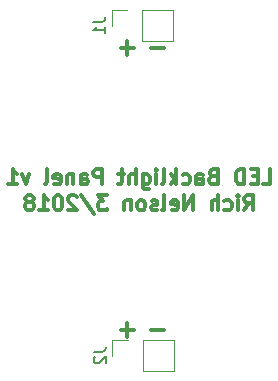
<source format=gbr>
G04 #@! TF.GenerationSoftware,KiCad,Pcbnew,(5.0.0-rc2-dev-352-g017154715)*
G04 #@! TF.CreationDate,2018-10-08T23:49:13-04:00*
G04 #@! TF.ProjectId,Backlight,4261636B6C696768742E6B696361645F,rev?*
G04 #@! TF.SameCoordinates,Original*
G04 #@! TF.FileFunction,Legend,Bot*
G04 #@! TF.FilePolarity,Positive*
%FSLAX46Y46*%
G04 Gerber Fmt 4.6, Leading zero omitted, Abs format (unit mm)*
G04 Created by KiCad (PCBNEW (5.0.0-rc2-dev-352-g017154715)) date 10/08/18 23:49:13*
%MOMM*%
%LPD*%
G01*
G04 APERTURE LIST*
%ADD10C,0.300000*%
%ADD11C,0.120000*%
%ADD12C,0.150000*%
G04 APERTURE END LIST*
D10*
X100348142Y-90912023D02*
X100952904Y-90912023D01*
X100952904Y-89642023D01*
X99924809Y-90246785D02*
X99501476Y-90246785D01*
X99320047Y-90912023D02*
X99924809Y-90912023D01*
X99924809Y-89642023D01*
X99320047Y-89642023D01*
X98775761Y-90912023D02*
X98775761Y-89642023D01*
X98473380Y-89642023D01*
X98291952Y-89702500D01*
X98171000Y-89823452D01*
X98110523Y-89944404D01*
X98050047Y-90186309D01*
X98050047Y-90367738D01*
X98110523Y-90609642D01*
X98171000Y-90730595D01*
X98291952Y-90851547D01*
X98473380Y-90912023D01*
X98775761Y-90912023D01*
X96114809Y-90246785D02*
X95933380Y-90307261D01*
X95872904Y-90367738D01*
X95812428Y-90488690D01*
X95812428Y-90670119D01*
X95872904Y-90791071D01*
X95933380Y-90851547D01*
X96054333Y-90912023D01*
X96538142Y-90912023D01*
X96538142Y-89642023D01*
X96114809Y-89642023D01*
X95993857Y-89702500D01*
X95933380Y-89762976D01*
X95872904Y-89883928D01*
X95872904Y-90004880D01*
X95933380Y-90125833D01*
X95993857Y-90186309D01*
X96114809Y-90246785D01*
X96538142Y-90246785D01*
X94723857Y-90912023D02*
X94723857Y-90246785D01*
X94784333Y-90125833D01*
X94905285Y-90065357D01*
X95147190Y-90065357D01*
X95268142Y-90125833D01*
X94723857Y-90851547D02*
X94844809Y-90912023D01*
X95147190Y-90912023D01*
X95268142Y-90851547D01*
X95328619Y-90730595D01*
X95328619Y-90609642D01*
X95268142Y-90488690D01*
X95147190Y-90428214D01*
X94844809Y-90428214D01*
X94723857Y-90367738D01*
X93574809Y-90851547D02*
X93695761Y-90912023D01*
X93937666Y-90912023D01*
X94058619Y-90851547D01*
X94119095Y-90791071D01*
X94179571Y-90670119D01*
X94179571Y-90307261D01*
X94119095Y-90186309D01*
X94058619Y-90125833D01*
X93937666Y-90065357D01*
X93695761Y-90065357D01*
X93574809Y-90125833D01*
X93030523Y-90912023D02*
X93030523Y-89642023D01*
X92909571Y-90428214D02*
X92546714Y-90912023D01*
X92546714Y-90065357D02*
X93030523Y-90549166D01*
X91821000Y-90912023D02*
X91941952Y-90851547D01*
X92002428Y-90730595D01*
X92002428Y-89642023D01*
X91337190Y-90912023D02*
X91337190Y-90065357D01*
X91337190Y-89642023D02*
X91397666Y-89702500D01*
X91337190Y-89762976D01*
X91276714Y-89702500D01*
X91337190Y-89642023D01*
X91337190Y-89762976D01*
X90188142Y-90065357D02*
X90188142Y-91093452D01*
X90248619Y-91214404D01*
X90309095Y-91274880D01*
X90430047Y-91335357D01*
X90611476Y-91335357D01*
X90732428Y-91274880D01*
X90188142Y-90851547D02*
X90309095Y-90912023D01*
X90551000Y-90912023D01*
X90671952Y-90851547D01*
X90732428Y-90791071D01*
X90792904Y-90670119D01*
X90792904Y-90307261D01*
X90732428Y-90186309D01*
X90671952Y-90125833D01*
X90551000Y-90065357D01*
X90309095Y-90065357D01*
X90188142Y-90125833D01*
X89583380Y-90912023D02*
X89583380Y-89642023D01*
X89039095Y-90912023D02*
X89039095Y-90246785D01*
X89099571Y-90125833D01*
X89220523Y-90065357D01*
X89401952Y-90065357D01*
X89522904Y-90125833D01*
X89583380Y-90186309D01*
X88615761Y-90065357D02*
X88131952Y-90065357D01*
X88434333Y-89642023D02*
X88434333Y-90730595D01*
X88373857Y-90851547D01*
X88252904Y-90912023D01*
X88131952Y-90912023D01*
X86741000Y-90912023D02*
X86741000Y-89642023D01*
X86257190Y-89642023D01*
X86136238Y-89702500D01*
X86075761Y-89762976D01*
X86015285Y-89883928D01*
X86015285Y-90065357D01*
X86075761Y-90186309D01*
X86136238Y-90246785D01*
X86257190Y-90307261D01*
X86741000Y-90307261D01*
X84926714Y-90912023D02*
X84926714Y-90246785D01*
X84987190Y-90125833D01*
X85108142Y-90065357D01*
X85350047Y-90065357D01*
X85471000Y-90125833D01*
X84926714Y-90851547D02*
X85047666Y-90912023D01*
X85350047Y-90912023D01*
X85471000Y-90851547D01*
X85531476Y-90730595D01*
X85531476Y-90609642D01*
X85471000Y-90488690D01*
X85350047Y-90428214D01*
X85047666Y-90428214D01*
X84926714Y-90367738D01*
X84321952Y-90065357D02*
X84321952Y-90912023D01*
X84321952Y-90186309D02*
X84261476Y-90125833D01*
X84140523Y-90065357D01*
X83959095Y-90065357D01*
X83838142Y-90125833D01*
X83777666Y-90246785D01*
X83777666Y-90912023D01*
X82689095Y-90851547D02*
X82810047Y-90912023D01*
X83051952Y-90912023D01*
X83172904Y-90851547D01*
X83233380Y-90730595D01*
X83233380Y-90246785D01*
X83172904Y-90125833D01*
X83051952Y-90065357D01*
X82810047Y-90065357D01*
X82689095Y-90125833D01*
X82628619Y-90246785D01*
X82628619Y-90367738D01*
X83233380Y-90488690D01*
X81902904Y-90912023D02*
X82023857Y-90851547D01*
X82084333Y-90730595D01*
X82084333Y-89642023D01*
X80572428Y-90065357D02*
X80270047Y-90912023D01*
X79967666Y-90065357D01*
X78818619Y-90912023D02*
X79544333Y-90912023D01*
X79181476Y-90912023D02*
X79181476Y-89642023D01*
X79302428Y-89823452D01*
X79423380Y-89944404D01*
X79544333Y-90004880D01*
X98806000Y-93117023D02*
X99229333Y-92512261D01*
X99531714Y-93117023D02*
X99531714Y-91847023D01*
X99047904Y-91847023D01*
X98926952Y-91907500D01*
X98866476Y-91967976D01*
X98806000Y-92088928D01*
X98806000Y-92270357D01*
X98866476Y-92391309D01*
X98926952Y-92451785D01*
X99047904Y-92512261D01*
X99531714Y-92512261D01*
X98261714Y-93117023D02*
X98261714Y-92270357D01*
X98261714Y-91847023D02*
X98322190Y-91907500D01*
X98261714Y-91967976D01*
X98201238Y-91907500D01*
X98261714Y-91847023D01*
X98261714Y-91967976D01*
X97112666Y-93056547D02*
X97233619Y-93117023D01*
X97475523Y-93117023D01*
X97596476Y-93056547D01*
X97656952Y-92996071D01*
X97717428Y-92875119D01*
X97717428Y-92512261D01*
X97656952Y-92391309D01*
X97596476Y-92330833D01*
X97475523Y-92270357D01*
X97233619Y-92270357D01*
X97112666Y-92330833D01*
X96568380Y-93117023D02*
X96568380Y-91847023D01*
X96024095Y-93117023D02*
X96024095Y-92451785D01*
X96084571Y-92330833D01*
X96205523Y-92270357D01*
X96386952Y-92270357D01*
X96507904Y-92330833D01*
X96568380Y-92391309D01*
X94451714Y-93117023D02*
X94451714Y-91847023D01*
X93726000Y-93117023D01*
X93726000Y-91847023D01*
X92637428Y-93056547D02*
X92758380Y-93117023D01*
X93000285Y-93117023D01*
X93121238Y-93056547D01*
X93181714Y-92935595D01*
X93181714Y-92451785D01*
X93121238Y-92330833D01*
X93000285Y-92270357D01*
X92758380Y-92270357D01*
X92637428Y-92330833D01*
X92576952Y-92451785D01*
X92576952Y-92572738D01*
X93181714Y-92693690D01*
X91851238Y-93117023D02*
X91972190Y-93056547D01*
X92032666Y-92935595D01*
X92032666Y-91847023D01*
X91427904Y-93056547D02*
X91306952Y-93117023D01*
X91065047Y-93117023D01*
X90944095Y-93056547D01*
X90883619Y-92935595D01*
X90883619Y-92875119D01*
X90944095Y-92754166D01*
X91065047Y-92693690D01*
X91246476Y-92693690D01*
X91367428Y-92633214D01*
X91427904Y-92512261D01*
X91427904Y-92451785D01*
X91367428Y-92330833D01*
X91246476Y-92270357D01*
X91065047Y-92270357D01*
X90944095Y-92330833D01*
X90157904Y-93117023D02*
X90278857Y-93056547D01*
X90339333Y-92996071D01*
X90399809Y-92875119D01*
X90399809Y-92512261D01*
X90339333Y-92391309D01*
X90278857Y-92330833D01*
X90157904Y-92270357D01*
X89976476Y-92270357D01*
X89855523Y-92330833D01*
X89795047Y-92391309D01*
X89734571Y-92512261D01*
X89734571Y-92875119D01*
X89795047Y-92996071D01*
X89855523Y-93056547D01*
X89976476Y-93117023D01*
X90157904Y-93117023D01*
X89190285Y-92270357D02*
X89190285Y-93117023D01*
X89190285Y-92391309D02*
X89129809Y-92330833D01*
X89008857Y-92270357D01*
X88827428Y-92270357D01*
X88706476Y-92330833D01*
X88646000Y-92451785D01*
X88646000Y-93117023D01*
X87194571Y-91847023D02*
X86408380Y-91847023D01*
X86831714Y-92330833D01*
X86650285Y-92330833D01*
X86529333Y-92391309D01*
X86468857Y-92451785D01*
X86408380Y-92572738D01*
X86408380Y-92875119D01*
X86468857Y-92996071D01*
X86529333Y-93056547D01*
X86650285Y-93117023D01*
X87013142Y-93117023D01*
X87134095Y-93056547D01*
X87194571Y-92996071D01*
X84956952Y-91786547D02*
X86045523Y-93419404D01*
X84594095Y-91967976D02*
X84533619Y-91907500D01*
X84412666Y-91847023D01*
X84110285Y-91847023D01*
X83989333Y-91907500D01*
X83928857Y-91967976D01*
X83868380Y-92088928D01*
X83868380Y-92209880D01*
X83928857Y-92391309D01*
X84654571Y-93117023D01*
X83868380Y-93117023D01*
X83082190Y-91847023D02*
X82961238Y-91847023D01*
X82840285Y-91907500D01*
X82779809Y-91967976D01*
X82719333Y-92088928D01*
X82658857Y-92330833D01*
X82658857Y-92633214D01*
X82719333Y-92875119D01*
X82779809Y-92996071D01*
X82840285Y-93056547D01*
X82961238Y-93117023D01*
X83082190Y-93117023D01*
X83203142Y-93056547D01*
X83263619Y-92996071D01*
X83324095Y-92875119D01*
X83384571Y-92633214D01*
X83384571Y-92330833D01*
X83324095Y-92088928D01*
X83263619Y-91967976D01*
X83203142Y-91907500D01*
X83082190Y-91847023D01*
X81449333Y-93117023D02*
X82175047Y-93117023D01*
X81812190Y-93117023D02*
X81812190Y-91847023D01*
X81933142Y-92028452D01*
X82054095Y-92149404D01*
X82175047Y-92209880D01*
X80723619Y-92391309D02*
X80844571Y-92330833D01*
X80905047Y-92270357D01*
X80965523Y-92149404D01*
X80965523Y-92088928D01*
X80905047Y-91967976D01*
X80844571Y-91907500D01*
X80723619Y-91847023D01*
X80481714Y-91847023D01*
X80360761Y-91907500D01*
X80300285Y-91967976D01*
X80239809Y-92088928D01*
X80239809Y-92149404D01*
X80300285Y-92270357D01*
X80360761Y-92330833D01*
X80481714Y-92391309D01*
X80723619Y-92391309D01*
X80844571Y-92451785D01*
X80905047Y-92512261D01*
X80965523Y-92633214D01*
X80965523Y-92875119D01*
X80905047Y-92996071D01*
X80844571Y-93056547D01*
X80723619Y-93117023D01*
X80481714Y-93117023D01*
X80360761Y-93056547D01*
X80300285Y-92996071D01*
X80239809Y-92875119D01*
X80239809Y-92633214D01*
X80300285Y-92512261D01*
X80360761Y-92451785D01*
X80481714Y-92391309D01*
X89471428Y-103231142D02*
X88328571Y-103231142D01*
X88900000Y-103802571D02*
X88900000Y-102659714D01*
X92011428Y-103231142D02*
X90868571Y-103231142D01*
X92011428Y-79355142D02*
X90868571Y-79355142D01*
X89471428Y-79355142D02*
X88328571Y-79355142D01*
X88900000Y-79926571D02*
X88900000Y-78783714D01*
D11*
X92770000Y-76140000D02*
X92770000Y-78800000D01*
X90170000Y-76140000D02*
X92770000Y-76140000D01*
X90170000Y-78800000D02*
X92770000Y-78800000D01*
X90170000Y-76140000D02*
X90170000Y-78800000D01*
X88900000Y-76140000D02*
X87570000Y-76140000D01*
X87570000Y-76140000D02*
X87570000Y-77470000D01*
X87602000Y-104080000D02*
X87602000Y-105410000D01*
X88932000Y-104080000D02*
X87602000Y-104080000D01*
X90202000Y-104080000D02*
X90202000Y-106740000D01*
X90202000Y-106740000D02*
X92802000Y-106740000D01*
X90202000Y-104080000D02*
X92802000Y-104080000D01*
X92802000Y-104080000D02*
X92802000Y-106740000D01*
D12*
X86022380Y-77136666D02*
X86736666Y-77136666D01*
X86879523Y-77089047D01*
X86974761Y-76993809D01*
X87022380Y-76850952D01*
X87022380Y-76755714D01*
X87022380Y-78136666D02*
X87022380Y-77565238D01*
X87022380Y-77850952D02*
X86022380Y-77850952D01*
X86165238Y-77755714D01*
X86260476Y-77660476D01*
X86308095Y-77565238D01*
X86054380Y-105076666D02*
X86768666Y-105076666D01*
X86911523Y-105029047D01*
X87006761Y-104933809D01*
X87054380Y-104790952D01*
X87054380Y-104695714D01*
X86149619Y-105505238D02*
X86102000Y-105552857D01*
X86054380Y-105648095D01*
X86054380Y-105886190D01*
X86102000Y-105981428D01*
X86149619Y-106029047D01*
X86244857Y-106076666D01*
X86340095Y-106076666D01*
X86482952Y-106029047D01*
X87054380Y-105457619D01*
X87054380Y-106076666D01*
M02*

</source>
